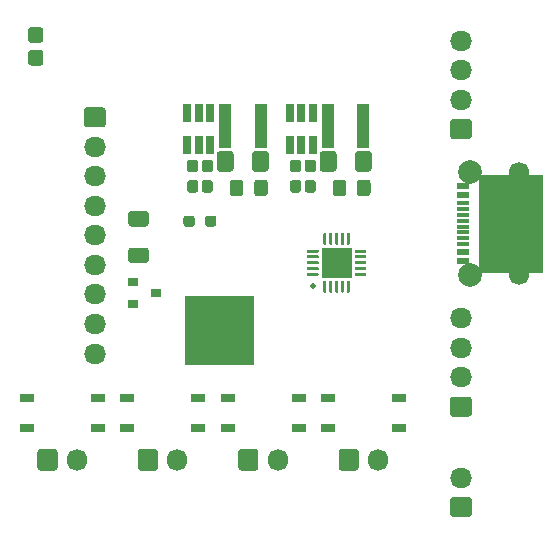
<source format=gbr>
%TF.GenerationSoftware,KiCad,Pcbnew,(5.1.9-0-10_14)*%
%TF.CreationDate,2021-05-03T13:22:08+01:00*%
%TF.ProjectId,Controller,436f6e74-726f-46c6-9c65-722e6b696361,6*%
%TF.SameCoordinates,Original*%
%TF.FileFunction,Soldermask,Top*%
%TF.FilePolarity,Negative*%
%FSLAX46Y46*%
G04 Gerber Fmt 4.6, Leading zero omitted, Abs format (unit mm)*
G04 Created by KiCad (PCBNEW (5.1.9-0-10_14)) date 2021-05-03 13:22:08*
%MOMM*%
%LPD*%
G01*
G04 APERTURE LIST*
%ADD10C,0.100000*%
%ADD11R,1.100000X3.700000*%
%ADD12R,0.650000X1.560000*%
%ADD13R,1.200000X0.800000*%
%ADD14C,1.524000*%
%ADD15C,0.500000*%
%ADD16R,2.500000X2.500000*%
%ADD17R,0.900000X0.800000*%
%ADD18R,5.490000X8.340000*%
%ADD19R,1.140000X0.600000*%
%ADD20C,1.700000*%
%ADD21C,2.000000*%
%ADD22R,1.140000X0.300000*%
%ADD23O,1.850000X1.700000*%
%ADD24O,1.700000X1.850000*%
G04 APERTURE END LIST*
D10*
%TO.C,U7*%
G36*
X64600000Y-119100000D02*
G01*
X64600000Y-124900000D01*
X70400000Y-124900000D01*
X70400000Y-119100000D01*
X64600000Y-119100000D01*
G37*
X64600000Y-119100000D02*
X64600000Y-124900000D01*
X70400000Y-124900000D01*
X70400000Y-119100000D01*
X64600000Y-119100000D01*
%TD*%
%TO.C,Reg2*%
G36*
G01*
X76050000Y-108360626D02*
X76050000Y-107109374D01*
G75*
G02*
X76299374Y-106860000I249374J0D01*
G01*
X77225626Y-106860000D01*
G75*
G02*
X77475000Y-107109374I0J-249374D01*
G01*
X77475000Y-108360626D01*
G75*
G02*
X77225626Y-108610000I-249374J0D01*
G01*
X76299374Y-108610000D01*
G75*
G02*
X76050000Y-108360626I0J249374D01*
G01*
G37*
G36*
G01*
X79025000Y-108360626D02*
X79025000Y-107109374D01*
G75*
G02*
X79274374Y-106860000I249374J0D01*
G01*
X80200626Y-106860000D01*
G75*
G02*
X80450000Y-107109374I0J-249374D01*
G01*
X80450000Y-108360626D01*
G75*
G02*
X80200626Y-108610000I-249374J0D01*
G01*
X79274374Y-108610000D01*
G75*
G02*
X79025000Y-108360626I0J249374D01*
G01*
G37*
D11*
X79750000Y-104735000D03*
X76750000Y-104735000D03*
G36*
G01*
X79200000Y-110435450D02*
X79200000Y-109534550D01*
G75*
G02*
X79449550Y-109285000I249550J0D01*
G01*
X80100450Y-109285000D01*
G75*
G02*
X80350000Y-109534550I0J-249550D01*
G01*
X80350000Y-110435450D01*
G75*
G02*
X80100450Y-110685000I-249550J0D01*
G01*
X79449550Y-110685000D01*
G75*
G02*
X79200000Y-110435450I0J249550D01*
G01*
G37*
G36*
G01*
X77150000Y-110435450D02*
X77150000Y-109534550D01*
G75*
G02*
X77399550Y-109285000I249550J0D01*
G01*
X78050450Y-109285000D01*
G75*
G02*
X78300000Y-109534550I0J-249550D01*
G01*
X78300000Y-110435450D01*
G75*
G02*
X78050450Y-110685000I-249550J0D01*
G01*
X77399550Y-110685000D01*
G75*
G02*
X77150000Y-110435450I0J249550D01*
G01*
G37*
G36*
G01*
X74237500Y-110385000D02*
X73762500Y-110385000D01*
G75*
G02*
X73525000Y-110147500I0J237500D01*
G01*
X73525000Y-109547500D01*
G75*
G02*
X73762500Y-109310000I237500J0D01*
G01*
X74237500Y-109310000D01*
G75*
G02*
X74475000Y-109547500I0J-237500D01*
G01*
X74475000Y-110147500D01*
G75*
G02*
X74237500Y-110385000I-237500J0D01*
G01*
G37*
G36*
G01*
X74237500Y-108660000D02*
X73762500Y-108660000D01*
G75*
G02*
X73525000Y-108422500I0J237500D01*
G01*
X73525000Y-107822500D01*
G75*
G02*
X73762500Y-107585000I237500J0D01*
G01*
X74237500Y-107585000D01*
G75*
G02*
X74475000Y-107822500I0J-237500D01*
G01*
X74475000Y-108422500D01*
G75*
G02*
X74237500Y-108660000I-237500J0D01*
G01*
G37*
G36*
G01*
X75487500Y-110385000D02*
X75012500Y-110385000D01*
G75*
G02*
X74775000Y-110147500I0J237500D01*
G01*
X74775000Y-109547500D01*
G75*
G02*
X75012500Y-109310000I237500J0D01*
G01*
X75487500Y-109310000D01*
G75*
G02*
X75725000Y-109547500I0J-237500D01*
G01*
X75725000Y-110147500D01*
G75*
G02*
X75487500Y-110385000I-237500J0D01*
G01*
G37*
G36*
G01*
X75487500Y-108660000D02*
X75012500Y-108660000D01*
G75*
G02*
X74775000Y-108422500I0J237500D01*
G01*
X74775000Y-107822500D01*
G75*
G02*
X75012500Y-107585000I237500J0D01*
G01*
X75487500Y-107585000D01*
G75*
G02*
X75725000Y-107822500I0J-237500D01*
G01*
X75725000Y-108422500D01*
G75*
G02*
X75487500Y-108660000I-237500J0D01*
G01*
G37*
D12*
X73550000Y-106335000D03*
X74500000Y-106335000D03*
X75450000Y-106335000D03*
X75450000Y-103635000D03*
X73550000Y-103635000D03*
X74500000Y-103635000D03*
%TD*%
%TO.C,Reg1*%
G36*
G01*
X67335000Y-108360626D02*
X67335000Y-107109374D01*
G75*
G02*
X67584374Y-106860000I249374J0D01*
G01*
X68510626Y-106860000D01*
G75*
G02*
X68760000Y-107109374I0J-249374D01*
G01*
X68760000Y-108360626D01*
G75*
G02*
X68510626Y-108610000I-249374J0D01*
G01*
X67584374Y-108610000D01*
G75*
G02*
X67335000Y-108360626I0J249374D01*
G01*
G37*
G36*
G01*
X70310000Y-108360626D02*
X70310000Y-107109374D01*
G75*
G02*
X70559374Y-106860000I249374J0D01*
G01*
X71485626Y-106860000D01*
G75*
G02*
X71735000Y-107109374I0J-249374D01*
G01*
X71735000Y-108360626D01*
G75*
G02*
X71485626Y-108610000I-249374J0D01*
G01*
X70559374Y-108610000D01*
G75*
G02*
X70310000Y-108360626I0J249374D01*
G01*
G37*
D11*
X71035000Y-104735000D03*
X68035000Y-104735000D03*
G36*
G01*
X70485000Y-110435450D02*
X70485000Y-109534550D01*
G75*
G02*
X70734550Y-109285000I249550J0D01*
G01*
X71385450Y-109285000D01*
G75*
G02*
X71635000Y-109534550I0J-249550D01*
G01*
X71635000Y-110435450D01*
G75*
G02*
X71385450Y-110685000I-249550J0D01*
G01*
X70734550Y-110685000D01*
G75*
G02*
X70485000Y-110435450I0J249550D01*
G01*
G37*
G36*
G01*
X68435000Y-110435450D02*
X68435000Y-109534550D01*
G75*
G02*
X68684550Y-109285000I249550J0D01*
G01*
X69335450Y-109285000D01*
G75*
G02*
X69585000Y-109534550I0J-249550D01*
G01*
X69585000Y-110435450D01*
G75*
G02*
X69335450Y-110685000I-249550J0D01*
G01*
X68684550Y-110685000D01*
G75*
G02*
X68435000Y-110435450I0J249550D01*
G01*
G37*
G36*
G01*
X65522500Y-110385000D02*
X65047500Y-110385000D01*
G75*
G02*
X64810000Y-110147500I0J237500D01*
G01*
X64810000Y-109547500D01*
G75*
G02*
X65047500Y-109310000I237500J0D01*
G01*
X65522500Y-109310000D01*
G75*
G02*
X65760000Y-109547500I0J-237500D01*
G01*
X65760000Y-110147500D01*
G75*
G02*
X65522500Y-110385000I-237500J0D01*
G01*
G37*
G36*
G01*
X65522500Y-108660000D02*
X65047500Y-108660000D01*
G75*
G02*
X64810000Y-108422500I0J237500D01*
G01*
X64810000Y-107822500D01*
G75*
G02*
X65047500Y-107585000I237500J0D01*
G01*
X65522500Y-107585000D01*
G75*
G02*
X65760000Y-107822500I0J-237500D01*
G01*
X65760000Y-108422500D01*
G75*
G02*
X65522500Y-108660000I-237500J0D01*
G01*
G37*
G36*
G01*
X66772500Y-110385000D02*
X66297500Y-110385000D01*
G75*
G02*
X66060000Y-110147500I0J237500D01*
G01*
X66060000Y-109547500D01*
G75*
G02*
X66297500Y-109310000I237500J0D01*
G01*
X66772500Y-109310000D01*
G75*
G02*
X67010000Y-109547500I0J-237500D01*
G01*
X67010000Y-110147500D01*
G75*
G02*
X66772500Y-110385000I-237500J0D01*
G01*
G37*
G36*
G01*
X66772500Y-108660000D02*
X66297500Y-108660000D01*
G75*
G02*
X66060000Y-108422500I0J237500D01*
G01*
X66060000Y-107822500D01*
G75*
G02*
X66297500Y-107585000I237500J0D01*
G01*
X66772500Y-107585000D01*
G75*
G02*
X67010000Y-107822500I0J-237500D01*
G01*
X67010000Y-108422500D01*
G75*
G02*
X66772500Y-108660000I-237500J0D01*
G01*
G37*
D12*
X64835000Y-106335000D03*
X65785000Y-106335000D03*
X66735000Y-106335000D03*
X66735000Y-103635000D03*
X64835000Y-103635000D03*
X65785000Y-103635000D03*
%TD*%
%TO.C,R17*%
G36*
G01*
X66325000Y-113037500D02*
X66325000Y-112562500D01*
G75*
G02*
X66562500Y-112325000I237500J0D01*
G01*
X67062500Y-112325000D01*
G75*
G02*
X67300000Y-112562500I0J-237500D01*
G01*
X67300000Y-113037500D01*
G75*
G02*
X67062500Y-113275000I-237500J0D01*
G01*
X66562500Y-113275000D01*
G75*
G02*
X66325000Y-113037500I0J237500D01*
G01*
G37*
G36*
G01*
X64500000Y-113037500D02*
X64500000Y-112562500D01*
G75*
G02*
X64737500Y-112325000I237500J0D01*
G01*
X65237500Y-112325000D01*
G75*
G02*
X65475000Y-112562500I0J-237500D01*
G01*
X65475000Y-113037500D01*
G75*
G02*
X65237500Y-113275000I-237500J0D01*
G01*
X64737500Y-113275000D01*
G75*
G02*
X64500000Y-113037500I0J237500D01*
G01*
G37*
%TD*%
D13*
%TO.C,U5*%
X82770000Y-130270000D03*
X82770000Y-127730000D03*
X76770000Y-127730000D03*
X76770000Y-130270000D03*
%TD*%
%TO.C,U4*%
X74270000Y-130270000D03*
X74270000Y-127730000D03*
X68270000Y-127730000D03*
X68270000Y-130270000D03*
%TD*%
%TO.C,U3*%
X65770000Y-130270000D03*
X65770000Y-127730000D03*
X59770000Y-127730000D03*
X59770000Y-130270000D03*
%TD*%
%TO.C,U2*%
X57270000Y-130270000D03*
X57270000Y-127730000D03*
X51270000Y-127730000D03*
X51270000Y-130270000D03*
%TD*%
D14*
%TO.C,U6*%
X77475000Y-116325000D03*
D15*
X75475000Y-118325000D03*
D16*
X77475000Y-116325000D03*
G36*
G01*
X75887500Y-117450000D02*
X75012500Y-117450000D01*
G75*
G02*
X74950000Y-117387500I0J62500D01*
G01*
X74950000Y-117262500D01*
G75*
G02*
X75012500Y-117200000I62500J0D01*
G01*
X75887500Y-117200000D01*
G75*
G02*
X75950000Y-117262500I0J-62500D01*
G01*
X75950000Y-117387500D01*
G75*
G02*
X75887500Y-117450000I-62500J0D01*
G01*
G37*
G36*
G01*
X75887500Y-116950000D02*
X75012500Y-116950000D01*
G75*
G02*
X74950000Y-116887500I0J62500D01*
G01*
X74950000Y-116762500D01*
G75*
G02*
X75012500Y-116700000I62500J0D01*
G01*
X75887500Y-116700000D01*
G75*
G02*
X75950000Y-116762500I0J-62500D01*
G01*
X75950000Y-116887500D01*
G75*
G02*
X75887500Y-116950000I-62500J0D01*
G01*
G37*
G36*
G01*
X75887500Y-116450000D02*
X75012500Y-116450000D01*
G75*
G02*
X74950000Y-116387500I0J62500D01*
G01*
X74950000Y-116262500D01*
G75*
G02*
X75012500Y-116200000I62500J0D01*
G01*
X75887500Y-116200000D01*
G75*
G02*
X75950000Y-116262500I0J-62500D01*
G01*
X75950000Y-116387500D01*
G75*
G02*
X75887500Y-116450000I-62500J0D01*
G01*
G37*
G36*
G01*
X75887500Y-115950000D02*
X75012500Y-115950000D01*
G75*
G02*
X74950000Y-115887500I0J62500D01*
G01*
X74950000Y-115762500D01*
G75*
G02*
X75012500Y-115700000I62500J0D01*
G01*
X75887500Y-115700000D01*
G75*
G02*
X75950000Y-115762500I0J-62500D01*
G01*
X75950000Y-115887500D01*
G75*
G02*
X75887500Y-115950000I-62500J0D01*
G01*
G37*
G36*
G01*
X75887500Y-115450000D02*
X75012500Y-115450000D01*
G75*
G02*
X74950000Y-115387500I0J62500D01*
G01*
X74950000Y-115262500D01*
G75*
G02*
X75012500Y-115200000I62500J0D01*
G01*
X75887500Y-115200000D01*
G75*
G02*
X75950000Y-115262500I0J-62500D01*
G01*
X75950000Y-115387500D01*
G75*
G02*
X75887500Y-115450000I-62500J0D01*
G01*
G37*
G36*
G01*
X76537500Y-114800000D02*
X76412500Y-114800000D01*
G75*
G02*
X76350000Y-114737500I0J62500D01*
G01*
X76350000Y-113862500D01*
G75*
G02*
X76412500Y-113800000I62500J0D01*
G01*
X76537500Y-113800000D01*
G75*
G02*
X76600000Y-113862500I0J-62500D01*
G01*
X76600000Y-114737500D01*
G75*
G02*
X76537500Y-114800000I-62500J0D01*
G01*
G37*
G36*
G01*
X77037500Y-114800000D02*
X76912500Y-114800000D01*
G75*
G02*
X76850000Y-114737500I0J62500D01*
G01*
X76850000Y-113862500D01*
G75*
G02*
X76912500Y-113800000I62500J0D01*
G01*
X77037500Y-113800000D01*
G75*
G02*
X77100000Y-113862500I0J-62500D01*
G01*
X77100000Y-114737500D01*
G75*
G02*
X77037500Y-114800000I-62500J0D01*
G01*
G37*
G36*
G01*
X77537500Y-114800000D02*
X77412500Y-114800000D01*
G75*
G02*
X77350000Y-114737500I0J62500D01*
G01*
X77350000Y-113862500D01*
G75*
G02*
X77412500Y-113800000I62500J0D01*
G01*
X77537500Y-113800000D01*
G75*
G02*
X77600000Y-113862500I0J-62500D01*
G01*
X77600000Y-114737500D01*
G75*
G02*
X77537500Y-114800000I-62500J0D01*
G01*
G37*
G36*
G01*
X78037500Y-114800000D02*
X77912500Y-114800000D01*
G75*
G02*
X77850000Y-114737500I0J62500D01*
G01*
X77850000Y-113862500D01*
G75*
G02*
X77912500Y-113800000I62500J0D01*
G01*
X78037500Y-113800000D01*
G75*
G02*
X78100000Y-113862500I0J-62500D01*
G01*
X78100000Y-114737500D01*
G75*
G02*
X78037500Y-114800000I-62500J0D01*
G01*
G37*
G36*
G01*
X78537500Y-114800000D02*
X78412500Y-114800000D01*
G75*
G02*
X78350000Y-114737500I0J62500D01*
G01*
X78350000Y-113862500D01*
G75*
G02*
X78412500Y-113800000I62500J0D01*
G01*
X78537500Y-113800000D01*
G75*
G02*
X78600000Y-113862500I0J-62500D01*
G01*
X78600000Y-114737500D01*
G75*
G02*
X78537500Y-114800000I-62500J0D01*
G01*
G37*
G36*
G01*
X79937500Y-115450000D02*
X79062500Y-115450000D01*
G75*
G02*
X79000000Y-115387500I0J62500D01*
G01*
X79000000Y-115262500D01*
G75*
G02*
X79062500Y-115200000I62500J0D01*
G01*
X79937500Y-115200000D01*
G75*
G02*
X80000000Y-115262500I0J-62500D01*
G01*
X80000000Y-115387500D01*
G75*
G02*
X79937500Y-115450000I-62500J0D01*
G01*
G37*
G36*
G01*
X79937500Y-115950000D02*
X79062500Y-115950000D01*
G75*
G02*
X79000000Y-115887500I0J62500D01*
G01*
X79000000Y-115762500D01*
G75*
G02*
X79062500Y-115700000I62500J0D01*
G01*
X79937500Y-115700000D01*
G75*
G02*
X80000000Y-115762500I0J-62500D01*
G01*
X80000000Y-115887500D01*
G75*
G02*
X79937500Y-115950000I-62500J0D01*
G01*
G37*
G36*
G01*
X79937500Y-116450000D02*
X79062500Y-116450000D01*
G75*
G02*
X79000000Y-116387500I0J62500D01*
G01*
X79000000Y-116262500D01*
G75*
G02*
X79062500Y-116200000I62500J0D01*
G01*
X79937500Y-116200000D01*
G75*
G02*
X80000000Y-116262500I0J-62500D01*
G01*
X80000000Y-116387500D01*
G75*
G02*
X79937500Y-116450000I-62500J0D01*
G01*
G37*
G36*
G01*
X79937500Y-116950000D02*
X79062500Y-116950000D01*
G75*
G02*
X79000000Y-116887500I0J62500D01*
G01*
X79000000Y-116762500D01*
G75*
G02*
X79062500Y-116700000I62500J0D01*
G01*
X79937500Y-116700000D01*
G75*
G02*
X80000000Y-116762500I0J-62500D01*
G01*
X80000000Y-116887500D01*
G75*
G02*
X79937500Y-116950000I-62500J0D01*
G01*
G37*
G36*
G01*
X79937500Y-117450000D02*
X79062500Y-117450000D01*
G75*
G02*
X79000000Y-117387500I0J62500D01*
G01*
X79000000Y-117262500D01*
G75*
G02*
X79062500Y-117200000I62500J0D01*
G01*
X79937500Y-117200000D01*
G75*
G02*
X80000000Y-117262500I0J-62500D01*
G01*
X80000000Y-117387500D01*
G75*
G02*
X79937500Y-117450000I-62500J0D01*
G01*
G37*
G36*
G01*
X78537500Y-118850000D02*
X78412500Y-118850000D01*
G75*
G02*
X78350000Y-118787500I0J62500D01*
G01*
X78350000Y-117912500D01*
G75*
G02*
X78412500Y-117850000I62500J0D01*
G01*
X78537500Y-117850000D01*
G75*
G02*
X78600000Y-117912500I0J-62500D01*
G01*
X78600000Y-118787500D01*
G75*
G02*
X78537500Y-118850000I-62500J0D01*
G01*
G37*
G36*
G01*
X78037500Y-118850000D02*
X77912500Y-118850000D01*
G75*
G02*
X77850000Y-118787500I0J62500D01*
G01*
X77850000Y-117912500D01*
G75*
G02*
X77912500Y-117850000I62500J0D01*
G01*
X78037500Y-117850000D01*
G75*
G02*
X78100000Y-117912500I0J-62500D01*
G01*
X78100000Y-118787500D01*
G75*
G02*
X78037500Y-118850000I-62500J0D01*
G01*
G37*
G36*
G01*
X77537500Y-118850000D02*
X77412500Y-118850000D01*
G75*
G02*
X77350000Y-118787500I0J62500D01*
G01*
X77350000Y-117912500D01*
G75*
G02*
X77412500Y-117850000I62500J0D01*
G01*
X77537500Y-117850000D01*
G75*
G02*
X77600000Y-117912500I0J-62500D01*
G01*
X77600000Y-118787500D01*
G75*
G02*
X77537500Y-118850000I-62500J0D01*
G01*
G37*
G36*
G01*
X77037500Y-118850000D02*
X76912500Y-118850000D01*
G75*
G02*
X76850000Y-118787500I0J62500D01*
G01*
X76850000Y-117912500D01*
G75*
G02*
X76912500Y-117850000I62500J0D01*
G01*
X77037500Y-117850000D01*
G75*
G02*
X77100000Y-117912500I0J-62500D01*
G01*
X77100000Y-118787500D01*
G75*
G02*
X77037500Y-118850000I-62500J0D01*
G01*
G37*
G36*
G01*
X76537500Y-118850000D02*
X76412500Y-118850000D01*
G75*
G02*
X76350000Y-118787500I0J62500D01*
G01*
X76350000Y-117912500D01*
G75*
G02*
X76412500Y-117850000I62500J0D01*
G01*
X76537500Y-117850000D01*
G75*
G02*
X76600000Y-117912500I0J-62500D01*
G01*
X76600000Y-118787500D01*
G75*
G02*
X76537500Y-118850000I-62500J0D01*
G01*
G37*
%TD*%
%TO.C,D1*%
G36*
G01*
X51600000Y-98300000D02*
X52400000Y-98300000D01*
G75*
G02*
X52650000Y-98550000I0J-250000D01*
G01*
X52650000Y-99375000D01*
G75*
G02*
X52400000Y-99625000I-250000J0D01*
G01*
X51600000Y-99625000D01*
G75*
G02*
X51350000Y-99375000I0J250000D01*
G01*
X51350000Y-98550000D01*
G75*
G02*
X51600000Y-98300000I250000J0D01*
G01*
G37*
G36*
G01*
X51600000Y-96375000D02*
X52400000Y-96375000D01*
G75*
G02*
X52650000Y-96625000I0J-250000D01*
G01*
X52650000Y-97450000D01*
G75*
G02*
X52400000Y-97700000I-250000J0D01*
G01*
X51600000Y-97700000D01*
G75*
G02*
X51350000Y-97450000I0J250000D01*
G01*
X51350000Y-96625000D01*
G75*
G02*
X51600000Y-96375000I250000J0D01*
G01*
G37*
%TD*%
%TO.C,R15*%
G36*
G01*
X61325000Y-113250000D02*
X60075000Y-113250000D01*
G75*
G02*
X59825000Y-113000000I0J250000D01*
G01*
X59825000Y-112200000D01*
G75*
G02*
X60075000Y-111950000I250000J0D01*
G01*
X61325000Y-111950000D01*
G75*
G02*
X61575000Y-112200000I0J-250000D01*
G01*
X61575000Y-113000000D01*
G75*
G02*
X61325000Y-113250000I-250000J0D01*
G01*
G37*
G36*
G01*
X61325000Y-116350000D02*
X60075000Y-116350000D01*
G75*
G02*
X59825000Y-116100000I0J250000D01*
G01*
X59825000Y-115300000D01*
G75*
G02*
X60075000Y-115050000I250000J0D01*
G01*
X61325000Y-115050000D01*
G75*
G02*
X61575000Y-115300000I0J-250000D01*
G01*
X61575000Y-116100000D01*
G75*
G02*
X61325000Y-116350000I-250000J0D01*
G01*
G37*
%TD*%
D17*
%TO.C,Q1*%
X62200000Y-118900000D03*
X60200000Y-119850000D03*
X60200000Y-117950000D03*
%TD*%
D18*
%TO.C,J9*%
X92255000Y-113000000D03*
D19*
X88140000Y-115400000D03*
X88140000Y-110600000D03*
D20*
X92910000Y-108675000D03*
X92910000Y-117325000D03*
D21*
X88730000Y-108675000D03*
X88730000Y-117325000D03*
D22*
X88140000Y-112750000D03*
X88140000Y-113250000D03*
X88140000Y-112250000D03*
X88140000Y-113750000D03*
X88140000Y-111750000D03*
X88140000Y-114250000D03*
X88140000Y-111250000D03*
X88140000Y-114750000D03*
D19*
X88140000Y-109800000D03*
X88140000Y-116200000D03*
%TD*%
D23*
%TO.C,J2*%
X88000000Y-134500000D03*
G36*
G01*
X88675000Y-137850000D02*
X87325000Y-137850000D01*
G75*
G02*
X87075000Y-137600000I0J250000D01*
G01*
X87075000Y-136400000D01*
G75*
G02*
X87325000Y-136150000I250000J0D01*
G01*
X88675000Y-136150000D01*
G75*
G02*
X88925000Y-136400000I0J-250000D01*
G01*
X88925000Y-137600000D01*
G75*
G02*
X88675000Y-137850000I-250000J0D01*
G01*
G37*
%TD*%
%TO.C,J4*%
X88000000Y-97500000D03*
X88000000Y-100000000D03*
X88000000Y-102500000D03*
G36*
G01*
X88675000Y-105850000D02*
X87325000Y-105850000D01*
G75*
G02*
X87075000Y-105600000I0J250000D01*
G01*
X87075000Y-104400000D01*
G75*
G02*
X87325000Y-104150000I250000J0D01*
G01*
X88675000Y-104150000D01*
G75*
G02*
X88925000Y-104400000I0J-250000D01*
G01*
X88925000Y-105600000D01*
G75*
G02*
X88675000Y-105850000I-250000J0D01*
G01*
G37*
%TD*%
%TO.C,J3*%
X88000000Y-121000000D03*
X88000000Y-123500000D03*
X88000000Y-126000000D03*
G36*
G01*
X88675000Y-129350000D02*
X87325000Y-129350000D01*
G75*
G02*
X87075000Y-129100000I0J250000D01*
G01*
X87075000Y-127900000D01*
G75*
G02*
X87325000Y-127650000I250000J0D01*
G01*
X88675000Y-127650000D01*
G75*
G02*
X88925000Y-127900000I0J-250000D01*
G01*
X88925000Y-129100000D01*
G75*
G02*
X88675000Y-129350000I-250000J0D01*
G01*
G37*
%TD*%
D24*
%TO.C,J8*%
X81000000Y-133000000D03*
G36*
G01*
X77650000Y-133675000D02*
X77650000Y-132325000D01*
G75*
G02*
X77900000Y-132075000I250000J0D01*
G01*
X79100000Y-132075000D01*
G75*
G02*
X79350000Y-132325000I0J-250000D01*
G01*
X79350000Y-133675000D01*
G75*
G02*
X79100000Y-133925000I-250000J0D01*
G01*
X77900000Y-133925000D01*
G75*
G02*
X77650000Y-133675000I0J250000D01*
G01*
G37*
%TD*%
%TO.C,J7*%
X72500000Y-133000000D03*
G36*
G01*
X69150000Y-133675000D02*
X69150000Y-132325000D01*
G75*
G02*
X69400000Y-132075000I250000J0D01*
G01*
X70600000Y-132075000D01*
G75*
G02*
X70850000Y-132325000I0J-250000D01*
G01*
X70850000Y-133675000D01*
G75*
G02*
X70600000Y-133925000I-250000J0D01*
G01*
X69400000Y-133925000D01*
G75*
G02*
X69150000Y-133675000I0J250000D01*
G01*
G37*
%TD*%
%TO.C,J6*%
X64000000Y-133000000D03*
G36*
G01*
X60650000Y-133675000D02*
X60650000Y-132325000D01*
G75*
G02*
X60900000Y-132075000I250000J0D01*
G01*
X62100000Y-132075000D01*
G75*
G02*
X62350000Y-132325000I0J-250000D01*
G01*
X62350000Y-133675000D01*
G75*
G02*
X62100000Y-133925000I-250000J0D01*
G01*
X60900000Y-133925000D01*
G75*
G02*
X60650000Y-133675000I0J250000D01*
G01*
G37*
%TD*%
%TO.C,J5*%
X55500000Y-133000000D03*
G36*
G01*
X52150000Y-133675000D02*
X52150000Y-132325000D01*
G75*
G02*
X52400000Y-132075000I250000J0D01*
G01*
X53600000Y-132075000D01*
G75*
G02*
X53850000Y-132325000I0J-250000D01*
G01*
X53850000Y-133675000D01*
G75*
G02*
X53600000Y-133925000I-250000J0D01*
G01*
X52400000Y-133925000D01*
G75*
G02*
X52150000Y-133675000I0J250000D01*
G01*
G37*
%TD*%
D23*
%TO.C,J1*%
X57000000Y-124000000D03*
X57000000Y-121500000D03*
X57000000Y-119000000D03*
X57000000Y-116500000D03*
X57000000Y-114000000D03*
X57000000Y-111500000D03*
X57000000Y-109000000D03*
X57000000Y-106500000D03*
G36*
G01*
X56325000Y-103150000D02*
X57675000Y-103150000D01*
G75*
G02*
X57925000Y-103400000I0J-250000D01*
G01*
X57925000Y-104600000D01*
G75*
G02*
X57675000Y-104850000I-250000J0D01*
G01*
X56325000Y-104850000D01*
G75*
G02*
X56075000Y-104600000I0J250000D01*
G01*
X56075000Y-103400000D01*
G75*
G02*
X56325000Y-103150000I250000J0D01*
G01*
G37*
%TD*%
M02*

</source>
